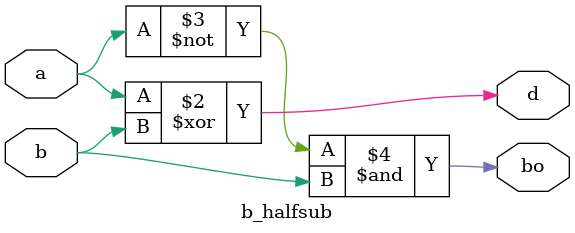
<source format=v>
module b_halfsub(a,b,d,bo);
    input a,b;
    output reg d,bo;
    always@(*)begin
        d = a^b;
        bo=(~a)&b;
    end
endmodule

</source>
